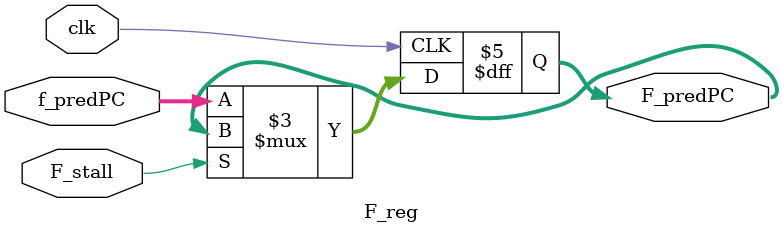
<source format=v>
module F_reg(
input clk,
input [63:0]f_predPC,
input F_stall,
output reg[63:0]F_predPC
);

always @(posedge clk)
begin
    
    if(F_stall == 0)
    begin
        F_predPC <= f_predPC;
    end
end

endmodule
</source>
